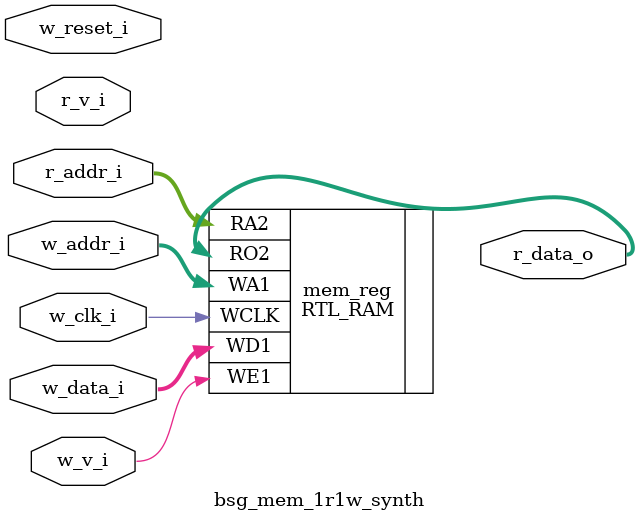
<source format=v>
`timescale 1 ps / 1 ps

(* XLNX_LINE_COL = "2580" *) 
module bsg_channel_narrow_width_in_p128_width_out_p512_lsb_to_msb_p1
   (clk_i,
    reset_i,
    data_i,
    deque_o,
    data_o,
    deque_i);
  input clk_i;
  input reset_i;
  input [127:0]data_i;
  output deque_o;
  output [511:0]data_o;
  input deque_i;

  wire \<const0> ;
  wire [127:0]data_i;
  wire deque_i;

  assign data_o[511] = \<const0> ;
  assign data_o[510] = \<const0> ;
  assign data_o[509] = \<const0> ;
  assign data_o[508] = \<const0> ;
  assign data_o[507] = \<const0> ;
  assign data_o[506] = \<const0> ;
  assign data_o[505] = \<const0> ;
  assign data_o[504] = \<const0> ;
  assign data_o[503] = \<const0> ;
  assign data_o[502] = \<const0> ;
  assign data_o[501] = \<const0> ;
  assign data_o[500] = \<const0> ;
  assign data_o[499] = \<const0> ;
  assign data_o[498] = \<const0> ;
  assign data_o[497] = \<const0> ;
  assign data_o[496] = \<const0> ;
  assign data_o[495] = \<const0> ;
  assign data_o[494] = \<const0> ;
  assign data_o[493] = \<const0> ;
  assign data_o[492] = \<const0> ;
  assign data_o[491] = \<const0> ;
  assign data_o[490] = \<const0> ;
  assign data_o[489] = \<const0> ;
  assign data_o[488] = \<const0> ;
  assign data_o[487] = \<const0> ;
  assign data_o[486] = \<const0> ;
  assign data_o[485] = \<const0> ;
  assign data_o[484] = \<const0> ;
  assign data_o[483] = \<const0> ;
  assign data_o[482] = \<const0> ;
  assign data_o[481] = \<const0> ;
  assign data_o[480] = \<const0> ;
  assign data_o[479] = \<const0> ;
  assign data_o[478] = \<const0> ;
  assign data_o[477] = \<const0> ;
  assign data_o[476] = \<const0> ;
  assign data_o[475] = \<const0> ;
  assign data_o[474] = \<const0> ;
  assign data_o[473] = \<const0> ;
  assign data_o[472] = \<const0> ;
  assign data_o[471] = \<const0> ;
  assign data_o[470] = \<const0> ;
  assign data_o[469] = \<const0> ;
  assign data_o[468] = \<const0> ;
  assign data_o[467] = \<const0> ;
  assign data_o[466] = \<const0> ;
  assign data_o[465] = \<const0> ;
  assign data_o[464] = \<const0> ;
  assign data_o[463] = \<const0> ;
  assign data_o[462] = \<const0> ;
  assign data_o[461] = \<const0> ;
  assign data_o[460] = \<const0> ;
  assign data_o[459] = \<const0> ;
  assign data_o[458] = \<const0> ;
  assign data_o[457] = \<const0> ;
  assign data_o[456] = \<const0> ;
  assign data_o[455] = \<const0> ;
  assign data_o[454] = \<const0> ;
  assign data_o[453] = \<const0> ;
  assign data_o[452] = \<const0> ;
  assign data_o[451] = \<const0> ;
  assign data_o[450] = \<const0> ;
  assign data_o[449] = \<const0> ;
  assign data_o[448] = \<const0> ;
  assign data_o[447] = \<const0> ;
  assign data_o[446] = \<const0> ;
  assign data_o[445] = \<const0> ;
  assign data_o[444] = \<const0> ;
  assign data_o[443] = \<const0> ;
  assign data_o[442] = \<const0> ;
  assign data_o[441] = \<const0> ;
  assign data_o[440] = \<const0> ;
  assign data_o[439] = \<const0> ;
  assign data_o[438] = \<const0> ;
  assign data_o[437] = \<const0> ;
  assign data_o[436] = \<const0> ;
  assign data_o[435] = \<const0> ;
  assign data_o[434] = \<const0> ;
  assign data_o[433] = \<const0> ;
  assign data_o[432] = \<const0> ;
  assign data_o[431] = \<const0> ;
  assign data_o[430] = \<const0> ;
  assign data_o[429] = \<const0> ;
  assign data_o[428] = \<const0> ;
  assign data_o[427] = \<const0> ;
  assign data_o[426] = \<const0> ;
  assign data_o[425] = \<const0> ;
  assign data_o[424] = \<const0> ;
  assign data_o[423] = \<const0> ;
  assign data_o[422] = \<const0> ;
  assign data_o[421] = \<const0> ;
  assign data_o[420] = \<const0> ;
  assign data_o[419] = \<const0> ;
  assign data_o[418] = \<const0> ;
  assign data_o[417] = \<const0> ;
  assign data_o[416] = \<const0> ;
  assign data_o[415] = \<const0> ;
  assign data_o[414] = \<const0> ;
  assign data_o[413] = \<const0> ;
  assign data_o[412] = \<const0> ;
  assign data_o[411] = \<const0> ;
  assign data_o[410] = \<const0> ;
  assign data_o[409] = \<const0> ;
  assign data_o[408] = \<const0> ;
  assign data_o[407] = \<const0> ;
  assign data_o[406] = \<const0> ;
  assign data_o[405] = \<const0> ;
  assign data_o[404] = \<const0> ;
  assign data_o[403] = \<const0> ;
  assign data_o[402] = \<const0> ;
  assign data_o[401] = \<const0> ;
  assign data_o[400] = \<const0> ;
  assign data_o[399] = \<const0> ;
  assign data_o[398] = \<const0> ;
  assign data_o[397] = \<const0> ;
  assign data_o[396] = \<const0> ;
  assign data_o[395] = \<const0> ;
  assign data_o[394] = \<const0> ;
  assign data_o[393] = \<const0> ;
  assign data_o[392] = \<const0> ;
  assign data_o[391] = \<const0> ;
  assign data_o[390] = \<const0> ;
  assign data_o[389] = \<const0> ;
  assign data_o[388] = \<const0> ;
  assign data_o[387] = \<const0> ;
  assign data_o[386] = \<const0> ;
  assign data_o[385] = \<const0> ;
  assign data_o[384] = \<const0> ;
  assign data_o[383] = \<const0> ;
  assign data_o[382] = \<const0> ;
  assign data_o[381] = \<const0> ;
  assign data_o[380] = \<const0> ;
  assign data_o[379] = \<const0> ;
  assign data_o[378] = \<const0> ;
  assign data_o[377] = \<const0> ;
  assign data_o[376] = \<const0> ;
  assign data_o[375] = \<const0> ;
  assign data_o[374] = \<const0> ;
  assign data_o[373] = \<const0> ;
  assign data_o[372] = \<const0> ;
  assign data_o[371] = \<const0> ;
  assign data_o[370] = \<const0> ;
  assign data_o[369] = \<const0> ;
  assign data_o[368] = \<const0> ;
  assign data_o[367] = \<const0> ;
  assign data_o[366] = \<const0> ;
  assign data_o[365] = \<const0> ;
  assign data_o[364] = \<const0> ;
  assign data_o[363] = \<const0> ;
  assign data_o[362] = \<const0> ;
  assign data_o[361] = \<const0> ;
  assign data_o[360] = \<const0> ;
  assign data_o[359] = \<const0> ;
  assign data_o[358] = \<const0> ;
  assign data_o[357] = \<const0> ;
  assign data_o[356] = \<const0> ;
  assign data_o[355] = \<const0> ;
  assign data_o[354] = \<const0> ;
  assign data_o[353] = \<const0> ;
  assign data_o[352] = \<const0> ;
  assign data_o[351] = \<const0> ;
  assign data_o[350] = \<const0> ;
  assign data_o[349] = \<const0> ;
  assign data_o[348] = \<const0> ;
  assign data_o[347] = \<const0> ;
  assign data_o[346] = \<const0> ;
  assign data_o[345] = \<const0> ;
  assign data_o[344] = \<const0> ;
  assign data_o[343] = \<const0> ;
  assign data_o[342] = \<const0> ;
  assign data_o[341] = \<const0> ;
  assign data_o[340] = \<const0> ;
  assign data_o[339] = \<const0> ;
  assign data_o[338] = \<const0> ;
  assign data_o[337] = \<const0> ;
  assign data_o[336] = \<const0> ;
  assign data_o[335] = \<const0> ;
  assign data_o[334] = \<const0> ;
  assign data_o[333] = \<const0> ;
  assign data_o[332] = \<const0> ;
  assign data_o[331] = \<const0> ;
  assign data_o[330] = \<const0> ;
  assign data_o[329] = \<const0> ;
  assign data_o[328] = \<const0> ;
  assign data_o[327] = \<const0> ;
  assign data_o[326] = \<const0> ;
  assign data_o[325] = \<const0> ;
  assign data_o[324] = \<const0> ;
  assign data_o[323] = \<const0> ;
  assign data_o[322] = \<const0> ;
  assign data_o[321] = \<const0> ;
  assign data_o[320] = \<const0> ;
  assign data_o[319] = \<const0> ;
  assign data_o[318] = \<const0> ;
  assign data_o[317] = \<const0> ;
  assign data_o[316] = \<const0> ;
  assign data_o[315] = \<const0> ;
  assign data_o[314] = \<const0> ;
  assign data_o[313] = \<const0> ;
  assign data_o[312] = \<const0> ;
  assign data_o[311] = \<const0> ;
  assign data_o[310] = \<const0> ;
  assign data_o[309] = \<const0> ;
  assign data_o[308] = \<const0> ;
  assign data_o[307] = \<const0> ;
  assign data_o[306] = \<const0> ;
  assign data_o[305] = \<const0> ;
  assign data_o[304] = \<const0> ;
  assign data_o[303] = \<const0> ;
  assign data_o[302] = \<const0> ;
  assign data_o[301] = \<const0> ;
  assign data_o[300] = \<const0> ;
  assign data_o[299] = \<const0> ;
  assign data_o[298] = \<const0> ;
  assign data_o[297] = \<const0> ;
  assign data_o[296] = \<const0> ;
  assign data_o[295] = \<const0> ;
  assign data_o[294] = \<const0> ;
  assign data_o[293] = \<const0> ;
  assign data_o[292] = \<const0> ;
  assign data_o[291] = \<const0> ;
  assign data_o[290] = \<const0> ;
  assign data_o[289] = \<const0> ;
  assign data_o[288] = \<const0> ;
  assign data_o[287] = \<const0> ;
  assign data_o[286] = \<const0> ;
  assign data_o[285] = \<const0> ;
  assign data_o[284] = \<const0> ;
  assign data_o[283] = \<const0> ;
  assign data_o[282] = \<const0> ;
  assign data_o[281] = \<const0> ;
  assign data_o[280] = \<const0> ;
  assign data_o[279] = \<const0> ;
  assign data_o[278] = \<const0> ;
  assign data_o[277] = \<const0> ;
  assign data_o[276] = \<const0> ;
  assign data_o[275] = \<const0> ;
  assign data_o[274] = \<const0> ;
  assign data_o[273] = \<const0> ;
  assign data_o[272] = \<const0> ;
  assign data_o[271] = \<const0> ;
  assign data_o[270] = \<const0> ;
  assign data_o[269] = \<const0> ;
  assign data_o[268] = \<const0> ;
  assign data_o[267] = \<const0> ;
  assign data_o[266] = \<const0> ;
  assign data_o[265] = \<const0> ;
  assign data_o[264] = \<const0> ;
  assign data_o[263] = \<const0> ;
  assign data_o[262] = \<const0> ;
  assign data_o[261] = \<const0> ;
  assign data_o[260] = \<const0> ;
  assign data_o[259] = \<const0> ;
  assign data_o[258] = \<const0> ;
  assign data_o[257] = \<const0> ;
  assign data_o[256] = \<const0> ;
  assign data_o[255] = \<const0> ;
  assign data_o[254] = \<const0> ;
  assign data_o[253] = \<const0> ;
  assign data_o[252] = \<const0> ;
  assign data_o[251] = \<const0> ;
  assign data_o[250] = \<const0> ;
  assign data_o[249] = \<const0> ;
  assign data_o[248] = \<const0> ;
  assign data_o[247] = \<const0> ;
  assign data_o[246] = \<const0> ;
  assign data_o[245] = \<const0> ;
  assign data_o[244] = \<const0> ;
  assign data_o[243] = \<const0> ;
  assign data_o[242] = \<const0> ;
  assign data_o[241] = \<const0> ;
  assign data_o[240] = \<const0> ;
  assign data_o[239] = \<const0> ;
  assign data_o[238] = \<const0> ;
  assign data_o[237] = \<const0> ;
  assign data_o[236] = \<const0> ;
  assign data_o[235] = \<const0> ;
  assign data_o[234] = \<const0> ;
  assign data_o[233] = \<const0> ;
  assign data_o[232] = \<const0> ;
  assign data_o[231] = \<const0> ;
  assign data_o[230] = \<const0> ;
  assign data_o[229] = \<const0> ;
  assign data_o[228] = \<const0> ;
  assign data_o[227] = \<const0> ;
  assign data_o[226] = \<const0> ;
  assign data_o[225] = \<const0> ;
  assign data_o[224] = \<const0> ;
  assign data_o[223] = \<const0> ;
  assign data_o[222] = \<const0> ;
  assign data_o[221] = \<const0> ;
  assign data_o[220] = \<const0> ;
  assign data_o[219] = \<const0> ;
  assign data_o[218] = \<const0> ;
  assign data_o[217] = \<const0> ;
  assign data_o[216] = \<const0> ;
  assign data_o[215] = \<const0> ;
  assign data_o[214] = \<const0> ;
  assign data_o[213] = \<const0> ;
  assign data_o[212] = \<const0> ;
  assign data_o[211] = \<const0> ;
  assign data_o[210] = \<const0> ;
  assign data_o[209] = \<const0> ;
  assign data_o[208] = \<const0> ;
  assign data_o[207] = \<const0> ;
  assign data_o[206] = \<const0> ;
  assign data_o[205] = \<const0> ;
  assign data_o[204] = \<const0> ;
  assign data_o[203] = \<const0> ;
  assign data_o[202] = \<const0> ;
  assign data_o[201] = \<const0> ;
  assign data_o[200] = \<const0> ;
  assign data_o[199] = \<const0> ;
  assign data_o[198] = \<const0> ;
  assign data_o[197] = \<const0> ;
  assign data_o[196] = \<const0> ;
  assign data_o[195] = \<const0> ;
  assign data_o[194] = \<const0> ;
  assign data_o[193] = \<const0> ;
  assign data_o[192] = \<const0> ;
  assign data_o[191] = \<const0> ;
  assign data_o[190] = \<const0> ;
  assign data_o[189] = \<const0> ;
  assign data_o[188] = \<const0> ;
  assign data_o[187] = \<const0> ;
  assign data_o[186] = \<const0> ;
  assign data_o[185] = \<const0> ;
  assign data_o[184] = \<const0> ;
  assign data_o[183] = \<const0> ;
  assign data_o[182] = \<const0> ;
  assign data_o[181] = \<const0> ;
  assign data_o[180] = \<const0> ;
  assign data_o[179] = \<const0> ;
  assign data_o[178] = \<const0> ;
  assign data_o[177] = \<const0> ;
  assign data_o[176] = \<const0> ;
  assign data_o[175] = \<const0> ;
  assign data_o[174] = \<const0> ;
  assign data_o[173] = \<const0> ;
  assign data_o[172] = \<const0> ;
  assign data_o[171] = \<const0> ;
  assign data_o[170] = \<const0> ;
  assign data_o[169] = \<const0> ;
  assign data_o[168] = \<const0> ;
  assign data_o[167] = \<const0> ;
  assign data_o[166] = \<const0> ;
  assign data_o[165] = \<const0> ;
  assign data_o[164] = \<const0> ;
  assign data_o[163] = \<const0> ;
  assign data_o[162] = \<const0> ;
  assign data_o[161] = \<const0> ;
  assign data_o[160] = \<const0> ;
  assign data_o[159] = \<const0> ;
  assign data_o[158] = \<const0> ;
  assign data_o[157] = \<const0> ;
  assign data_o[156] = \<const0> ;
  assign data_o[155] = \<const0> ;
  assign data_o[154] = \<const0> ;
  assign data_o[153] = \<const0> ;
  assign data_o[152] = \<const0> ;
  assign data_o[151] = \<const0> ;
  assign data_o[150] = \<const0> ;
  assign data_o[149] = \<const0> ;
  assign data_o[148] = \<const0> ;
  assign data_o[147] = \<const0> ;
  assign data_o[146] = \<const0> ;
  assign data_o[145] = \<const0> ;
  assign data_o[144] = \<const0> ;
  assign data_o[143] = \<const0> ;
  assign data_o[142] = \<const0> ;
  assign data_o[141] = \<const0> ;
  assign data_o[140] = \<const0> ;
  assign data_o[139] = \<const0> ;
  assign data_o[138] = \<const0> ;
  assign data_o[137] = \<const0> ;
  assign data_o[136] = \<const0> ;
  assign data_o[135] = \<const0> ;
  assign data_o[134] = \<const0> ;
  assign data_o[133] = \<const0> ;
  assign data_o[132] = \<const0> ;
  assign data_o[131] = \<const0> ;
  assign data_o[130] = \<const0> ;
  assign data_o[129] = \<const0> ;
  assign data_o[128] = \<const0> ;
  assign data_o[127:0] = data_i;
  assign deque_o = deque_i;
  GND GND
       (.G(\<const0> ));
endmodule

(* XLNX_LINE_COL = "2612" *) (* max_add_p = "1" *) (* ptr_width_lp = "9" *) 
(* slots_p = "512" *) 
module bsg_circular_ptr
   (clk,
    reset_i,
    add_i,
    o,
    n_o);
  input clk;
  input reset_i;
  input [0:0]add_i;
  output [8:0]o;
  output [8:0]n_o;

  wire \<const1> ;
  wire [0:0]add_i;
  wire clk;
  wire [8:0]n_o;
  wire [8:0]o;
  wire [8:0]ptr_r_p1;
  wire reset_i;

  VCC VCC
       (.P(\<const1> ));
  (* SEL_VAL = "I0:S=1'b1,I1:S=default" *) 
  (* XLNX_LINE_COL = "1186560" *) 
  (* map_to_module = "1" *) 
  RTL_MUX ptr_n_i
       (.I0(ptr_r_p1),
        .I1(o),
        .O(n_o),
        .S(add_i));
  (* XLNX_LINE_COL = "2624768" *) 
  (* map_to_module = "2" *) 
  RTL_ADD ptr_r_p1_i
       (.I0(o),
        .I1(\<const1> ),
        .O(ptr_r_p1));
  (* PRIMITIVE_NAME = "RTL_REG" *) 
  (* XLNX_LINE_COL = "787968" *) 
  (* map_to_module = "0" *) 
  RTL_REG_SYNC__BREG_1 \ptr_r_reg[0] 
       (.C(clk),
        .D(n_o[0]),
        .Q(o[0]),
        .RST(reset_i));
  (* PRIMITIVE_NAME = "RTL_REG" *) 
  (* XLNX_LINE_COL = "787968" *) 
  (* map_to_module = "0" *) 
  RTL_REG_SYNC__BREG_1 \ptr_r_reg[1] 
       (.C(clk),
        .D(n_o[1]),
        .Q(o[1]),
        .RST(reset_i));
  (* PRIMITIVE_NAME = "RTL_REG" *) 
  (* XLNX_LINE_COL = "787968" *) 
  (* map_to_module = "0" *) 
  RTL_REG_SYNC__BREG_1 \ptr_r_reg[2] 
       (.C(clk),
        .D(n_o[2]),
        .Q(o[2]),
        .RST(reset_i));
  (* PRIMITIVE_NAME = "RTL_REG" *) 
  (* XLNX_LINE_COL = "787968" *) 
  (* map_to_module = "0" *) 
  RTL_REG_SYNC__BREG_1 \ptr_r_reg[3] 
       (.C(clk),
        .D(n_o[3]),
        .Q(o[3]),
        .RST(reset_i));
  (* PRIMITIVE_NAME = "RTL_REG" *) 
  (* XLNX_LINE_COL = "787968" *) 
  (* map_to_module = "0" *) 
  RTL_REG_SYNC__BREG_1 \ptr_r_reg[4] 
       (.C(clk),
        .D(n_o[4]),
        .Q(o[4]),
        .RST(reset_i));
  (* PRIMITIVE_NAME = "RTL_REG" *) 
  (* XLNX_LINE_COL = "787968" *) 
  (* map_to_module = "0" *) 
  RTL_REG_SYNC__BREG_1 \ptr_r_reg[5] 
       (.C(clk),
        .D(n_o[5]),
        .Q(o[5]),
        .RST(reset_i));
  (* PRIMITIVE_NAME = "RTL_REG" *) 
  (* XLNX_LINE_COL = "787968" *) 
  (* map_to_module = "0" *) 
  RTL_REG_SYNC__BREG_1 \ptr_r_reg[6] 
       (.C(clk),
        .D(n_o[6]),
        .Q(o[6]),
        .RST(reset_i));
  (* PRIMITIVE_NAME = "RTL_REG" *) 
  (* XLNX_LINE_COL = "787968" *) 
  (* map_to_module = "0" *) 
  RTL_REG_SYNC__BREG_1 \ptr_r_reg[7] 
       (.C(clk),
        .D(n_o[7]),
        .Q(o[7]),
        .RST(reset_i));
  (* PRIMITIVE_NAME = "RTL_REG" *) 
  (* XLNX_LINE_COL = "787968" *) 
  (* map_to_module = "0" *) 
  RTL_REG_SYNC__BREG_1 \ptr_r_reg[8] 
       (.C(clk),
        .D(n_o[8]),
        .Q(o[8]),
        .RST(reset_i));
endmodule

(* XLNX_LINE_COL = "2610" *) 
(* STRUCTURAL_NETLIST = "yes" *)
module bsg_fifo_1r1w_narrowed
   (clk_i,
    reset_i,
    data_i,
    v_i,
    ready_o,
    v_o,
    data_o,
    yumi_i);
  input clk_i;
  input reset_i;
  input [127:0]data_i;
  input v_i;
  output ready_o;
  output v_o;
  output [511:0]data_o;
  input yumi_i;

  wire clk_i;
  wire [127:0]data;
  wire [127:0]data_i;
  wire [511:0]data_o;
  wire ready_o;
  wire reset_i;
  wire v_i;
  wire v_o;
  wire yumi;
  wire yumi_i;

  (* XLNX_LINE_COL = "133632" *) 
  (* els_p = "512" *) 
  (* harden_p = "0" *) 
  (* ready_THEN_valid_p = "0" *) 
  (* width_p = "128" *) 
  bsg_fifo_1r1w_small main_fifo
       (.clk_i(clk_i),
        .data_i(data_i),
        .data_o(data),
        .ready_o(ready_o),
        .reset_i(reset_i),
        .v_i(v_i),
        .v_o(v_o),
        .yumi_i(yumi));
  (* XLNX_LINE_COL = "135168" *) 
  bsg_channel_narrow_width_in_p128_width_out_p512_lsb_to_msb_p1 output_narrower
       (.clk_i(clk_i),
        .data_i(data),
        .data_o(data_o),
        .deque_i(yumi_i),
        .deque_o(yumi),
        .reset_i(reset_i));
endmodule

(* XLNX_LINE_COL = "2633" *) (* els_p = "512" *) (* harden_p = "0" *) 
(* ready_THEN_valid_p = "0" *) (* width_p = "128" *) 
module bsg_fifo_1r1w_small
   (clk_i,
    reset_i,
    v_i,
    ready_o,
    data_i,
    v_o,
    data_o,
    yumi_i);
  input clk_i;
  input reset_i;
  input v_i;
  output ready_o;
  input [127:0]data_i;
  output v_o;
  output [127:0]data_o;
  input yumi_i;

  wire clk_i;
  wire [127:0]data_i;
  wire [127:0]data_o;
  wire ready_o;
  wire reset_i;
  wire v_i;
  wire v_o;
  wire yumi_i;

  (* XLNX_LINE_COL = "394496" *) 
  (* els_p = "512" *) 
  (* ptr_width_lp = "9" *) 
  (* ready_THEN_valid_p = "0" *) 
  (* width_p = "128" *) 
  bsg_fifo_1r1w_small_unhardened \unhardened.un.fifo 
       (.clk_i(clk_i),
        .data_i(data_i),
        .data_o(data_o),
        .ready_o(ready_o),
        .reset_i(reset_i),
        .v_i(v_i),
        .v_o(v_o),
        .yumi_i(yumi_i));
endmodule

(* XLNX_LINE_COL = "2627" *) (* els_p = "512" *) (* ptr_width_lp = "9" *) 
(* ready_THEN_valid_p = "0" *) (* width_p = "128" *) 
module bsg_fifo_1r1w_small_unhardened
   (clk_i,
    reset_i,
    v_i,
    ready_o,
    data_i,
    v_o,
    data_o,
    yumi_i);
  input clk_i;
  input reset_i;
  input v_i;
  output ready_o;
  input [127:0]data_i;
  output v_o;
  output [127:0]data_o;
  input yumi_i;

  wire clk_i;
  wire [127:0]data_i;
  wire [127:0]data_o;
  wire empty;
  wire enque;
  wire full;
  wire ready_o;
  wire reset_i;
  wire [8:0]rptr_r;
  wire v_i;
  wire v_o;
  wire [8:0]wptr_r;
  wire yumi_i;

  (* XLNX_LINE_COL = "1183488" *) 
  (* map_to_module = "11" *) 
  RTL_AND enque_i
       (.I0(v_i),
        .I1(ready_o),
        .O(enque));
  (* XLNX_LINE_COL = "2294528" *) 
  (* els_p = "512" *) 
  (* ptr_width_lp = "9" *) 
  bsg_fifo_tracker ft
       (.clk_i(clk_i),
        .deq_i(yumi_i),
        .empty_o(empty),
        .enq_i(enque),
        .full_o(full),
        .reset_i(reset_i),
        .rptr_r_o(rptr_r),
        .wptr_r_o(wptr_r));
  (* XLNX_LINE_COL = "198912" *) 
  (* addr_width_lp = "9" *) 
  (* els_p = "512" *) 
  (* harden_p = "0" *) 
  (* read_write_same_addr_p = "0" *) 
  (* width_p = "128" *) 
  bsg_mem_1r1w mem_1r1w
       (.r_addr_i(rptr_r),
        .r_data_o(data_o),
        .r_v_i(v_o),
        .w_addr_i(wptr_r),
        .w_clk_i(clk_i),
        .w_data_i(data_i),
        .w_reset_i(reset_i),
        .w_v_i(enque));
  (* XLNX_LINE_COL = "1246720" *) 
  (* map_to_module = "10" *) 
  RTL_INV ready_lo_i
       (.I0(full),
        .O(ready_o));
  (* XLNX_LINE_COL = "1181440" *) 
  (* map_to_module = "12" *) 
  RTL_INV v_o_tmp_i
       (.I0(empty),
        .O(v_o));
endmodule

(* XLNX_LINE_COL = "2627" *) (* els_p = "512" *) (* ptr_width_lp = "9" *) 
module bsg_fifo_tracker
   (clk_i,
    reset_i,
    enq_i,
    deq_i,
    wptr_r_o,
    rptr_r_o,
    rptr_n_o,
    full_o,
    empty_o);
  input clk_i;
  input reset_i;
  input enq_i;
  input deq_i;
  output [8:0]wptr_r_o;
  output [8:0]rptr_r_o;
  output [8:0]rptr_n_o;
  output full_o;
  output empty_o;

  wire clk_i;
  wire deq_i;
  wire deq_r;
  wire empty_o;
  wire enq_i;
  wire enq_r;
  wire enq_r0;
  wire equal_ptrs;
  wire full_o;
  wire reset_i;
  wire [8:0]rptr_n_o;
  wire [8:0]rptr_r_o;
  wire [8:0]wptr_r_o;

  (* PRIMITIVE_NAME = "RTL_REG" *) 
  (* XLNX_LINE_COL = "198144" *) 
  (* map_to_module = "4" *) 
  RTL_REG_SYNC__BREG_4 deq_r_reg
       (.C(clk_i),
        .CE(enq_r0),
        .D(deq_i),
        .Q(deq_r),
        .SET(reset_i));
  (* XLNX_LINE_COL = "1053440" *) 
  (* map_to_module = "6" *) 
  RTL_AND empty_i
       (.I0(equal_ptrs),
        .I1(deq_r),
        .O(empty_o));
  (* XLNX_LINE_COL = "724480" *) 
  (* map_to_module = "7" *) 
  RTL_OR enq_r0_i
       (.I0(enq_i),
        .I1(deq_i),
        .O(enq_r0));
  (* PRIMITIVE_NAME = "RTL_REG" *) 
  (* XLNX_LINE_COL = "198144" *) 
  (* map_to_module = "3" *) 
  RTL_REG_SYNC__BREG_3 enq_r_reg
       (.C(clk_i),
        .CE(enq_r0),
        .D(enq_i),
        .Q(enq_r),
        .RST(reset_i));
  (* XLNX_LINE_COL = "1380608" *) 
  (* map_to_module = "8" *) 
  RTL_EQ equal_ptrs_i
       (.I0(rptr_r_o),
        .I1(wptr_r_o),
        .O(equal_ptrs));
  (* XLNX_LINE_COL = "987904" *) 
  (* map_to_module = "5" *) 
  RTL_AND full_i
       (.I0(equal_ptrs),
        .I1(enq_r),
        .O(full_o));
  (* XLNX_LINE_COL = "197888" *) 
  (* max_add_p = "1" *) 
  (* ptr_width_lp = "9" *) 
  (* slots_p = "512" *) 
  bsg_circular_ptr rptr
       (.add_i(deq_i),
        .clk(clk_i),
        .n_o(rptr_n_o),
        .o(rptr_r_o),
        .reset_i(reset_i));
  (* XLNX_LINE_COL = "197888" *) 
  (* max_add_p = "1" *) 
  (* ptr_width_lp = "9" *) 
  (* slots_p = "512" *) 
  bsg_circular_ptr wptr
       (.add_i(enq_i),
        .clk(clk_i),
        .o(wptr_r_o),
        .reset_i(reset_i));
endmodule

(* XLNX_LINE_COL = "2601" *) (* addr_width_lp = "9" *) (* els_p = "512" *) 
(* harden_p = "0" *) (* read_write_same_addr_p = "0" *) (* width_p = "128" *) 
module bsg_mem_1r1w
   (w_clk_i,
    w_reset_i,
    w_v_i,
    w_addr_i,
    w_data_i,
    r_v_i,
    r_addr_i,
    r_data_o);
  input w_clk_i;
  input w_reset_i;
  input w_v_i;
  input [8:0]w_addr_i;
  input [127:0]w_data_i;
  input r_v_i;
  input [8:0]r_addr_i;
  output [127:0]r_data_o;

  wire [8:0]r_addr_i;
  wire [127:0]r_data_o;
  wire r_v_i;
  wire [8:0]w_addr_i;
  wire w_clk_i;
  wire [127:0]w_data_i;
  wire w_reset_i;
  wire w_v_i;

  (* XLNX_LINE_COL = "198144" *) 
  (* addr_width_lp = "9" *) 
  (* els_p = "512" *) 
  (* harden_p = "0" *) 
  (* read_write_same_addr_p = "0" *) 
  (* width_p = "128" *) 
  bsg_mem_1r1w_synth synth
       (.r_addr_i(r_addr_i),
        .r_data_o(r_data_o),
        .r_v_i(r_v_i),
        .w_addr_i(w_addr_i),
        .w_clk_i(w_clk_i),
        .w_data_i(w_data_i),
        .w_reset_i(w_reset_i),
        .w_v_i(w_v_i));
endmodule

(* XLNX_LINE_COL = "2590" *) (* addr_width_lp = "9" *) (* els_p = "512" *) 
(* harden_p = "0" *) (* read_write_same_addr_p = "0" *) (* width_p = "128" *) 
module bsg_mem_1r1w_synth
   (w_clk_i,
    w_reset_i,
    w_v_i,
    w_addr_i,
    w_data_i,
    r_v_i,
    r_addr_i,
    r_data_o);
  input w_clk_i;
  input w_reset_i;
  input w_v_i;
  input [8:0]w_addr_i;
  input [127:0]w_data_i;
  input r_v_i;
  input [8:0]r_addr_i;
  output [127:0]r_data_o;

  wire [8:0]r_addr_i;
  wire [127:0]r_data_o;
  wire [8:0]w_addr_i;
  wire w_clk_i;
  wire [127:0]w_data_i;
  wire w_v_i;

  (* XLNX_LINE_COL = "1248768" *) 
  (* map_to_module = "9" *) 
  RTL_RAM mem_reg
       (.RA2(r_addr_i),
        .RO2(r_data_o),
        .WA1(w_addr_i),
        .WCLK(w_clk_i),
        .WD1(w_data_i),
        .WE1(w_v_i));
endmodule

</source>
